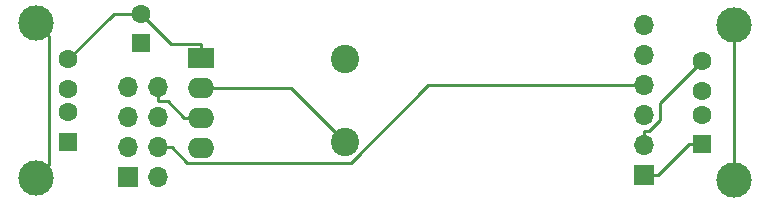
<source format=gbr>
%TF.GenerationSoftware,KiCad,Pcbnew,(5.1.12)-1*%
%TF.CreationDate,2022-10-21T23:10:11+02:00*%
%TF.ProjectId,smart-temp-allinone,736d6172-742d-4746-956d-702d616c6c69,rev?*%
%TF.SameCoordinates,Original*%
%TF.FileFunction,Copper,L2,Bot*%
%TF.FilePolarity,Positive*%
%FSLAX46Y46*%
G04 Gerber Fmt 4.6, Leading zero omitted, Abs format (unit mm)*
G04 Created by KiCad (PCBNEW (5.1.12)-1) date 2022-10-21 23:10:11*
%MOMM*%
%LPD*%
G01*
G04 APERTURE LIST*
%TA.AperFunction,ComponentPad*%
%ADD10O,1.700000X1.700000*%
%TD*%
%TA.AperFunction,ComponentPad*%
%ADD11R,1.700000X1.700000*%
%TD*%
%TA.AperFunction,ComponentPad*%
%ADD12C,2.400000*%
%TD*%
%TA.AperFunction,ComponentPad*%
%ADD13R,1.600000X1.600000*%
%TD*%
%TA.AperFunction,ComponentPad*%
%ADD14C,1.600000*%
%TD*%
%TA.AperFunction,ComponentPad*%
%ADD15O,2.250000X1.750000*%
%TD*%
%TA.AperFunction,ComponentPad*%
%ADD16R,2.250000X1.750000*%
%TD*%
%TA.AperFunction,ComponentPad*%
%ADD17C,3.000000*%
%TD*%
%TA.AperFunction,ComponentPad*%
%ADD18R,1.500000X1.600000*%
%TD*%
%TA.AperFunction,Conductor*%
%ADD19C,0.250000*%
%TD*%
G04 APERTURE END LIST*
D10*
%TO.P,J4,6*%
%TO.N,Net-(J4-Pad6)*%
X128206000Y-80010000D03*
%TO.P,J4,5*%
%TO.N,Net-(J4-Pad5)*%
X128206000Y-82550000D03*
%TO.P,J4,4*%
%TO.N,Net-(J2-Pad4)*%
X128206000Y-85090000D03*
%TO.P,J4,3*%
%TO.N,Net-(J2-Pad6)*%
X128206000Y-87630000D03*
%TO.P,J4,2*%
%TO.N,GND2*%
X128206000Y-90170000D03*
D11*
%TO.P,J4,1*%
%TO.N,+3V3*%
X128206000Y-92710000D03*
%TD*%
D12*
%TO.P,L1,1*%
%TO.N,+5V*%
X102870000Y-82894000D03*
%TO.P,L1,2*%
%TO.N,Net-(L1-Pad2)*%
X102870000Y-89894000D03*
%TD*%
D13*
%TO.P,C1,1*%
%TO.N,+5V*%
X85598000Y-81534000D03*
D14*
%TO.P,C1,2*%
%TO.N,GND*%
X85598000Y-79034000D03*
%TD*%
D15*
%TO.P,PS1,4*%
%TO.N,+3V3*%
X90707700Y-90406500D03*
%TO.P,PS1,3*%
%TO.N,GND2*%
X90707700Y-87866500D03*
%TO.P,PS1,2*%
%TO.N,Net-(L1-Pad2)*%
X90707700Y-85326500D03*
D16*
%TO.P,PS1,1*%
%TO.N,GND*%
X90707700Y-82786500D03*
%TD*%
D11*
%TO.P,J2,1*%
%TO.N,+3V3*%
X84518500Y-92900500D03*
D10*
%TO.P,J2,2*%
%TO.N,Net-(J2-Pad2)*%
X87058500Y-92900500D03*
%TO.P,J2,3*%
%TO.N,Net-(J2-Pad3)*%
X84518500Y-90360500D03*
%TO.P,J2,4*%
%TO.N,Net-(J2-Pad4)*%
X87058500Y-90360500D03*
%TO.P,J2,5*%
%TO.N,+3V3*%
X84518500Y-87820500D03*
%TO.P,J2,6*%
%TO.N,Net-(J2-Pad6)*%
X87058500Y-87820500D03*
%TO.P,J2,7*%
%TO.N,Net-(J2-Pad7)*%
X84518500Y-85280500D03*
%TO.P,J2,8*%
%TO.N,GND2*%
X87058500Y-85280500D03*
%TD*%
D13*
%TO.P,J1,1*%
%TO.N,+5V*%
X79418000Y-89894000D03*
D14*
%TO.P,J1,2*%
%TO.N,Net-(J1-Pad2)*%
X79418000Y-87394000D03*
%TO.P,J1,3*%
%TO.N,Net-(J1-Pad3)*%
X79418000Y-85394000D03*
%TO.P,J1,4*%
%TO.N,GND*%
X79418000Y-82894000D03*
D17*
%TO.P,J1,5*%
%TO.N,Net-(J1-Pad5)*%
X76708000Y-92964000D03*
X76708000Y-79824000D03*
%TD*%
D14*
%TO.P,J3,4*%
%TO.N,GND2*%
X133096000Y-83080000D03*
%TO.P,J3,3*%
%TO.N,Net-(J2-Pad4)*%
X133096000Y-85580000D03*
%TO.P,J3,2*%
%TO.N,Net-(J2-Pad6)*%
X133096000Y-87580000D03*
D18*
%TO.P,J3,1*%
%TO.N,+3V3*%
X133096000Y-90080000D03*
D17*
%TO.P,J3,5*%
%TO.N,Net-(J3-Pad5)*%
X135806000Y-80010000D03*
X135806000Y-93150000D03*
%TD*%
D19*
%TO.N,GND*%
X90707700Y-82786500D02*
X90707700Y-81586400D01*
X90707700Y-81586400D02*
X88150400Y-81586400D01*
X88150400Y-81586400D02*
X85598000Y-79034000D01*
X79418000Y-82894000D02*
X83278000Y-79034000D01*
X83278000Y-79034000D02*
X85598000Y-79034000D01*
%TO.N,Net-(J1-Pad5)*%
X76708000Y-79824000D02*
X77830700Y-80946700D01*
X77830700Y-80946700D02*
X77830700Y-91841300D01*
X77830700Y-91841300D02*
X76708000Y-92964000D01*
%TO.N,Net-(J2-Pad4)*%
X87058500Y-90360500D02*
X88233600Y-90360500D01*
X128206000Y-85090000D02*
X109882600Y-85090000D01*
X109882600Y-85090000D02*
X103332600Y-91640000D01*
X103332600Y-91640000D02*
X89513100Y-91640000D01*
X89513100Y-91640000D02*
X88233600Y-90360500D01*
%TO.N,GND2*%
X87058500Y-85280500D02*
X87058500Y-86455600D01*
X90707700Y-87866500D02*
X89257600Y-87866500D01*
X89257600Y-87866500D02*
X87846700Y-86455600D01*
X87846700Y-86455600D02*
X87058500Y-86455600D01*
X128206000Y-90170000D02*
X128206000Y-88994900D01*
X133096000Y-83080000D02*
X129570800Y-86605200D01*
X129570800Y-86605200D02*
X129570800Y-87995300D01*
X129570800Y-87995300D02*
X128571200Y-88994900D01*
X128571200Y-88994900D02*
X128206000Y-88994900D01*
%TO.N,Net-(J3-Pad5)*%
X135806000Y-93150000D02*
X135806000Y-80010000D01*
%TO.N,Net-(L1-Pad2)*%
X90707700Y-85326500D02*
X98302500Y-85326500D01*
X98302500Y-85326500D02*
X102870000Y-89894000D01*
%TO.N,+3V3*%
X133096000Y-90080000D02*
X132020900Y-90080000D01*
X132020900Y-90080000D02*
X129390900Y-92710000D01*
X129390900Y-92710000D02*
X128206000Y-92710000D01*
%TD*%
M02*

</source>
